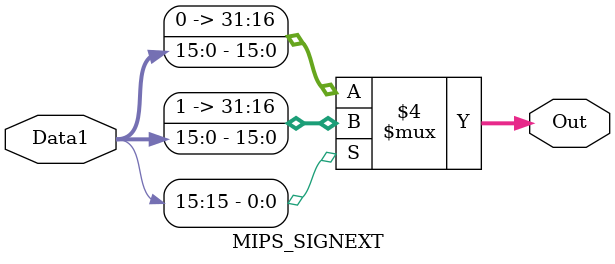
<source format=v>
`timescale 1ns / 1ps

// Revision: 
// Revision 0.01 - File Created
// Additional Comments: 
////////////////////////////////////////// SIGN EXTEND MODULE//////////////////////
module MIPS_SIGNEXT(
	input   [15:0] Data1,
	output	reg [31:0] Out
);

	always @(Data1)	// SIGN EXTENSION OPERATION
	begin
		if(Data1[15] == 1)
		begin
			Out[31:0] = {16'hFFFF,Data1[15:0]};
		end
		else	
		begin
			Out[31:0] = {16'h0,Data1[15:0]};
		end
	end
	

endmodule

</source>
